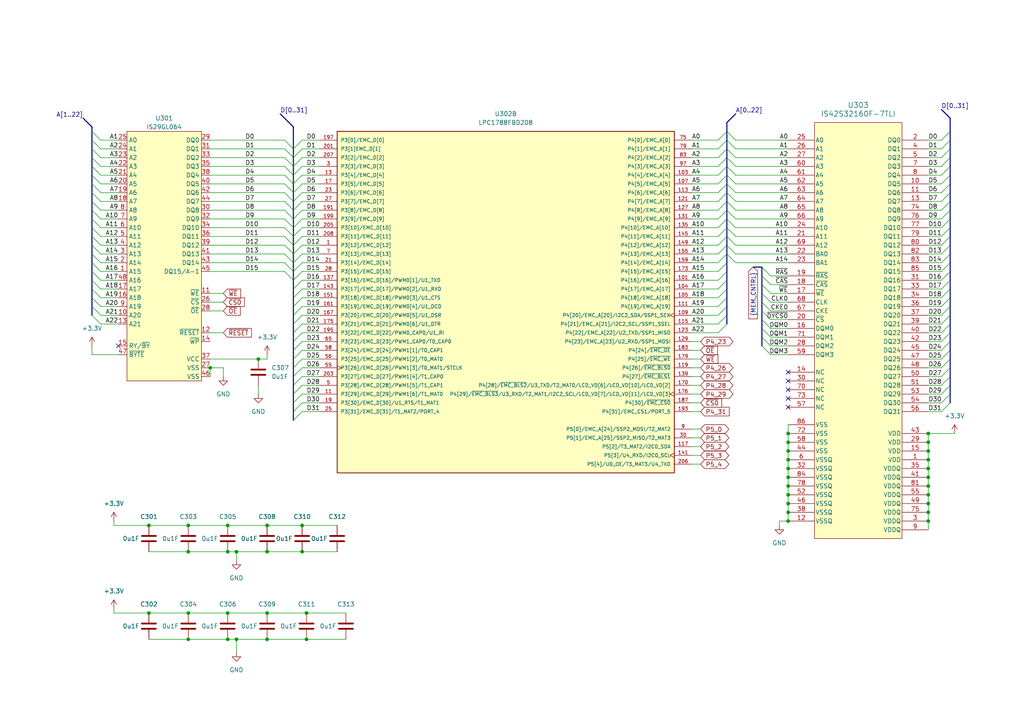
<source format=kicad_sch>
(kicad_sch (version 20231120) (generator "eeschema") (generator_version "8.0")
  (paper "A4")
  (bus_alias "USB" (members "D+" "D-"))
  (junction (at 68.58 185.42))
  (junction (at 77.47 152.4))
  (junction (at 87.63 152.4))
  (junction (at 66.04 185.42))
  (junction (at 228.6 135.89))
  (junction (at 228.6 138.43))
  (junction (at 269.24 143.51))
  (junction (at 228.6 146.05))
  (junction (at 269.24 140.97))
  (junction (at 87.63 160.02))
  (junction (at 269.24 133.35))
  (junction (at 228.6 128.27))
  (junction (at 228.6 125.73))
  (junction (at 228.6 130.81))
  (junction (at 54.61 152.4))
  (junction (at 88.9 177.8))
  (junction (at 66.04 152.4))
  (junction (at 66.04 160.02))
  (junction (at 77.47 177.8))
  (junction (at 74.93 104.14))
  (junction (at 269.24 146.05))
  (junction (at 228.6 133.35))
  (junction (at 68.58 160.02))
  (junction (at 43.18 152.4))
  (junction (at 269.24 138.43))
  (junction (at 54.61 177.8))
  (junction (at 269.24 130.81))
  (junction (at 60.96 106.68))
  (junction (at 228.6 151.13))
  (junction (at 77.47 185.42))
  (junction (at 228.6 140.97))
  (junction (at 77.47 160.02))
  (junction (at 228.6 148.59))
  (junction (at 269.24 125.73))
  (junction (at 228.6 143.51))
  (junction (at 88.9 185.42))
  (junction (at 269.24 128.27))
  (junction (at 54.61 160.02))
  (junction (at 54.61 185.42))
  (junction (at 269.24 135.89))
  (junction (at 66.04 177.8))
  (junction (at 43.18 177.8))
  (junction (at 269.24 151.13))
  (junction (at 269.24 148.59))
  (no_connect (at 228.6 107.95))
  (no_connect (at 228.6 113.03))
  (no_connect (at 228.6 118.11))
  (no_connect (at 228.6 110.49))
  (no_connect (at 228.6 115.57))
  (no_connect (at 34.29 100.33))
  (bus_entry (at 220.98 82.55) (size 2.54 2.54))
  (bus_entry (at 275.59 50.8) (size -2.54 2.54))
  (bus_entry (at 85.09 48.26) (size -2.54 -2.54))
  (bus_entry (at 210.82 63.5) (size -2.54 2.54))
  (bus_entry (at 26.67 60.96) (size 2.54 2.54))
  (bus_entry (at 85.09 50.8) (size -2.54 -2.54))
  (bus_entry (at 85.09 50.8) (size 2.54 -2.54))
  (bus_entry (at 85.09 73.66) (size 2.54 -2.54))
  (bus_entry (at 85.09 68.58) (size 2.54 -2.54))
  (bus_entry (at 210.82 93.98) (size -2.54 2.54))
  (bus_entry (at 26.67 63.5) (size 2.54 2.54))
  (bus_entry (at 85.09 45.72) (size -2.54 -2.54))
  (bus_entry (at 275.59 101.6) (size -2.54 2.54))
  (bus_entry (at 210.82 48.26) (size 2.54 2.54))
  (bus_entry (at 85.09 86.36) (size 2.54 -2.54))
  (bus_entry (at 275.59 40.64) (size -2.54 2.54))
  (bus_entry (at 220.98 85.09) (size 2.54 2.54))
  (bus_entry (at 26.67 76.2) (size 2.54 2.54))
  (bus_entry (at 26.67 78.74) (size 2.54 2.54))
  (bus_entry (at 275.59 93.98) (size -2.54 2.54))
  (bus_entry (at 275.59 48.26) (size -2.54 2.54))
  (bus_entry (at 220.98 97.79) (size 2.54 2.54))
  (bus_entry (at 220.98 95.25) (size 2.54 2.54))
  (bus_entry (at 26.67 48.26) (size 2.54 2.54))
  (bus_entry (at 210.82 40.64) (size 2.54 2.54))
  (bus_entry (at 275.59 86.36) (size -2.54 2.54))
  (bus_entry (at 210.82 55.88) (size -2.54 2.54))
  (bus_entry (at 275.59 106.68) (size -2.54 2.54))
  (bus_entry (at 85.09 58.42) (size -2.54 -2.54))
  (bus_entry (at 275.59 45.72) (size -2.54 2.54))
  (bus_entry (at 26.67 88.9) (size 2.54 2.54))
  (bus_entry (at 210.82 66.04) (size 2.54 2.54))
  (bus_entry (at 210.82 45.72) (size -2.54 2.54))
  (bus_entry (at 85.09 119.38) (size 2.54 -2.54))
  (bus_entry (at 85.09 116.84) (size 2.54 -2.54))
  (bus_entry (at 85.09 58.42) (size 2.54 -2.54))
  (bus_entry (at 210.82 53.34) (size 2.54 2.54))
  (bus_entry (at 275.59 63.5) (size -2.54 2.54))
  (bus_entry (at 85.09 104.14) (size 2.54 -2.54))
  (bus_entry (at 85.09 71.12) (size 2.54 -2.54))
  (bus_entry (at 275.59 66.04) (size -2.54 2.54))
  (bus_entry (at 210.82 50.8) (size 2.54 2.54))
  (bus_entry (at 85.09 60.96) (size -2.54 -2.54))
  (bus_entry (at 275.59 114.3) (size -2.54 2.54))
  (bus_entry (at 220.98 87.63) (size 2.54 2.54))
  (bus_entry (at 220.98 90.17) (size 2.54 2.54))
  (bus_entry (at 26.67 91.44) (size 2.54 2.54))
  (bus_entry (at 26.67 66.04) (size 2.54 2.54))
  (bus_entry (at 26.67 86.36) (size 2.54 2.54))
  (bus_entry (at 85.09 60.96) (size 2.54 -2.54))
  (bus_entry (at 85.09 88.9) (size 2.54 -2.54))
  (bus_entry (at 26.67 43.18) (size 2.54 2.54))
  (bus_entry (at 85.09 93.98) (size 2.54 -2.54))
  (bus_entry (at 85.09 68.58) (size -2.54 -2.54))
  (bus_entry (at 275.59 53.34) (size -2.54 2.54))
  (bus_entry (at 210.82 53.34) (size -2.54 2.54))
  (bus_entry (at 275.59 109.22) (size -2.54 2.54))
  (bus_entry (at 275.59 83.82) (size -2.54 2.54))
  (bus_entry (at 210.82 38.1) (size -2.54 2.54))
  (bus_entry (at 85.09 111.76) (size 2.54 -2.54))
  (bus_entry (at 85.09 43.18) (size 2.54 -2.54))
  (bus_entry (at 210.82 55.88) (size 2.54 2.54))
  (bus_entry (at 210.82 66.04) (size -2.54 2.54))
  (bus_entry (at 85.09 43.18) (size -2.54 -2.54))
  (bus_entry (at 210.82 71.12) (size 2.54 2.54))
  (bus_entry (at 275.59 43.18) (size -2.54 2.54))
  (bus_entry (at 85.09 109.22) (size 2.54 -2.54))
  (bus_entry (at 26.67 40.64) (size 2.54 2.54))
  (bus_entry (at 85.09 73.66) (size -2.54 -2.54))
  (bus_entry (at 85.09 55.88) (size -2.54 -2.54))
  (bus_entry (at 275.59 71.12) (size -2.54 2.54))
  (bus_entry (at 275.59 58.42) (size -2.54 2.54))
  (bus_entry (at 275.59 78.74) (size -2.54 2.54))
  (bus_entry (at 85.09 101.6) (size 2.54 -2.54))
  (bus_entry (at 85.09 48.26) (size 2.54 -2.54))
  (bus_entry (at 210.82 38.1) (size 2.54 2.54))
  (bus_entry (at 85.09 106.68) (size 2.54 -2.54))
  (bus_entry (at 26.67 45.72) (size 2.54 2.54))
  (bus_entry (at 210.82 86.36) (size -2.54 2.54))
  (bus_entry (at 275.59 38.1) (size -2.54 2.54))
  (bus_entry (at 220.98 92.71) (size 2.54 2.54))
  (bus_entry (at 275.59 104.14) (size -2.54 2.54))
  (bus_entry (at 275.59 81.28) (size -2.54 2.54))
  (bus_entry (at 210.82 73.66) (size -2.54 2.54))
  (bus_entry (at 210.82 60.96) (size -2.54 2.54))
  (bus_entry (at 275.59 111.76) (size -2.54 2.54))
  (bus_entry (at 210.82 48.26) (size -2.54 2.54))
  (bus_entry (at 26.67 53.34) (size 2.54 2.54))
  (bus_entry (at 85.09 45.72) (size 2.54 -2.54))
  (bus_entry (at 85.09 76.2) (size 2.54 -2.54))
  (bus_entry (at 275.59 55.88) (size -2.54 2.54))
  (bus_entry (at 85.09 83.82) (size 2.54 -2.54))
  (bus_entry (at 85.09 66.04) (size -2.54 -2.54))
  (bus_entry (at 210.82 43.18) (size -2.54 2.54))
  (bus_entry (at 210.82 88.9) (size -2.54 2.54))
  (bus_entry (at 210.82 68.58) (size -2.54 2.54))
  (bus_entry (at 275.59 73.66) (size -2.54 2.54))
  (bus_entry (at 275.59 96.52) (size -2.54 2.54))
  (bus_entry (at 85.09 71.12) (size -2.54 -2.54))
  (bus_entry (at 210.82 83.82) (size -2.54 2.54))
  (bus_entry (at 210.82 58.42) (size -2.54 2.54))
  (bus_entry (at 85.09 53.34) (size 2.54 -2.54))
  (bus_entry (at 210.82 63.5) (size 2.54 2.54))
  (bus_entry (at 85.09 55.88) (size 2.54 -2.54))
  (bus_entry (at 210.82 40.64) (size -2.54 2.54))
  (bus_entry (at 85.09 91.44) (size 2.54 -2.54))
  (bus_entry (at 210.82 76.2) (size -2.54 2.54))
  (bus_entry (at 275.59 116.84) (size -2.54 2.54))
  (bus_entry (at 210.82 43.18) (size 2.54 2.54))
  (bus_entry (at 85.09 114.3) (size 2.54 -2.54))
  (bus_entry (at 275.59 99.06) (size -2.54 2.54))
  (bus_entry (at 85.09 66.04) (size 2.54 -2.54))
  (bus_entry (at 210.82 68.58) (size 2.54 2.54))
  (bus_entry (at 85.09 53.34) (size -2.54 -2.54))
  (bus_entry (at 210.82 45.72) (size 2.54 2.54))
  (bus_entry (at 26.67 73.66) (size 2.54 2.54))
  (bus_entry (at 210.82 71.12) (size -2.54 2.54))
  (bus_entry (at 275.59 76.2) (size -2.54 2.54))
  (bus_entry (at 26.67 81.28) (size 2.54 2.54))
  (bus_entry (at 26.67 58.42) (size 2.54 2.54))
  (bus_entry (at 210.82 91.44) (size -2.54 2.54))
  (bus_entry (at 85.09 81.28) (size 2.54 -2.54))
  (bus_entry (at 210.82 50.8) (size -2.54 2.54))
  (bus_entry (at 85.09 78.74) (size 2.54 -2.54))
  (bus_entry (at 85.09 76.2) (size -2.54 -2.54))
  (bus_entry (at 220.98 80.01) (size 2.54 2.54))
  (bus_entry (at 26.67 50.8) (size 2.54 2.54))
  (bus_entry (at 26.67 71.12) (size 2.54 2.54))
  (bus_entry (at 85.09 78.74) (size -2.54 -2.54))
  (bus_entry (at 26.67 68.58) (size 2.54 2.54))
  (bus_entry (at 210.82 58.42) (size 2.54 2.54))
  (bus_entry (at 210.82 73.66) (size 2.54 2.54))
  (bus_entry (at 26.67 55.88) (size 2.54 2.54))
  (bus_entry (at 210.82 60.96) (size 2.54 2.54))
  (bus_entry (at 26.67 83.82) (size 2.54 2.54))
  (bus_entry (at 275.59 60.96) (size -2.54 2.54))
  (bus_entry (at 85.09 121.92) (size 2.54 -2.54))
  (bus_entry (at 210.82 81.28) (size -2.54 2.54))
  (bus_entry (at 220.98 77.47) (size 2.54 2.54))
  (bus_entry (at 26.67 38.1) (size 2.54 2.54))
  (bus_entry (at 85.09 96.52) (size 2.54 -2.54))
  (bus_entry (at 85.09 81.28) (size -2.54 -2.54))
  (bus_entry (at 220.98 100.33) (size 2.54 2.54))
  (bus_entry (at 275.59 91.44) (size -2.54 2.54))
  (bus_entry (at 85.09 63.5) (size -2.54 -2.54))
  (bus_entry (at 275.59 68.58) (size -2.54 2.54))
  (bus_entry (at 210.82 78.74) (size -2.54 2.54))
  (bus_entry (at 85.09 63.5) (size 2.54 -2.54))
  (bus_entry (at 85.09 99.06) (size 2.54 -2.54))
  (bus_entry (at 275.59 88.9) (size -2.54 2.54))
  (bus (pts (xy 275.59 34.29) (xy 275.59 38.1)))
  (wire (pts (xy 200.66 58.42) (xy 208.28 58.42)))
  (wire (pts (xy 87.63 60.96) (xy 92.71 60.96)))
  (wire (pts (xy 200.66 48.26) (xy 208.28 48.26)))
  (bus (pts (xy 26.67 88.9) (xy 26.67 91.44)))
  (wire (pts (xy 87.63 66.04) (xy 92.71 66.04)))
  (bus (pts (xy 85.09 60.96) (xy 85.09 58.42)))
  (wire (pts (xy 200.66 109.22) (xy 203.2 109.22)))
  (bus (pts (xy 85.09 109.22) (xy 85.09 106.68)))
  (bus (pts (xy 275.59 88.9) (xy 275.59 91.44)))
  (wire (pts (xy 200.66 104.14) (xy 203.2 104.14)))
  (wire (pts (xy 87.63 68.58) (xy 92.71 68.58)))
  (wire (pts (xy 200.66 53.34) (xy 208.28 53.34)))
  (bus (pts (xy 85.09 91.44) (xy 85.09 88.9)))
  (bus (pts (xy 85.09 55.88) (xy 85.09 53.34)))
  (wire (pts (xy 269.24 148.59) (xy 269.24 151.13)))
  (wire (pts (xy 60.96 63.5) (xy 82.55 63.5)))
  (wire (pts (xy 68.58 160.02) (xy 77.47 160.02)))
  (wire (pts (xy 269.24 104.14) (xy 273.05 104.14)))
  (bus (pts (xy 275.59 53.34) (xy 275.59 55.88)))
  (bus (pts (xy 275.59 38.1) (xy 275.59 40.64)))
  (wire (pts (xy 77.47 177.8) (xy 88.9 177.8)))
  (wire (pts (xy 29.21 78.74) (xy 34.29 78.74)))
  (wire (pts (xy 87.63 88.9) (xy 92.71 88.9)))
  (bus (pts (xy 26.67 68.58) (xy 26.67 71.12)))
  (wire (pts (xy 29.21 55.88) (xy 34.29 55.88)))
  (bus (pts (xy 220.98 85.09) (xy 220.98 87.63)))
  (wire (pts (xy 29.21 83.82) (xy 34.29 83.82)))
  (wire (pts (xy 269.24 76.2) (xy 273.05 76.2)))
  (wire (pts (xy 87.63 104.14) (xy 92.71 104.14)))
  (wire (pts (xy 200.66 78.74) (xy 208.28 78.74)))
  (wire (pts (xy 228.6 138.43) (xy 228.6 140.97)))
  (wire (pts (xy 200.66 73.66) (xy 208.28 73.66)))
  (bus (pts (xy 275.59 81.28) (xy 275.59 83.82)))
  (bus (pts (xy 210.82 50.8) (xy 210.82 53.34)))
  (bus (pts (xy 275.59 91.44) (xy 275.59 93.98)))
  (wire (pts (xy 60.96 106.68) (xy 64.77 106.68)))
  (bus (pts (xy 210.82 73.66) (xy 210.82 76.2)))
  (bus (pts (xy 210.82 81.28) (xy 210.82 83.82)))
  (wire (pts (xy 60.96 68.58) (xy 82.55 68.58)))
  (bus (pts (xy 220.98 97.79) (xy 220.98 100.33)))
  (wire (pts (xy 213.36 73.66) (xy 228.6 73.66)))
  (wire (pts (xy 228.6 125.73) (xy 228.6 128.27)))
  (wire (pts (xy 60.96 78.74) (xy 82.55 78.74)))
  (bus (pts (xy 275.59 106.68) (xy 275.59 109.22)))
  (wire (pts (xy 54.61 160.02) (xy 66.04 160.02)))
  (bus (pts (xy 26.67 86.36) (xy 26.67 88.9)))
  (wire (pts (xy 87.63 40.64) (xy 92.71 40.64)))
  (wire (pts (xy 87.63 73.66) (xy 92.71 73.66)))
  (bus (pts (xy 275.59 93.98) (xy 275.59 96.52)))
  (bus (pts (xy 85.09 53.34) (xy 85.09 50.8)))
  (bus (pts (xy 275.59 40.64) (xy 275.59 43.18)))
  (wire (pts (xy 269.24 143.51) (xy 269.24 146.05)))
  (bus (pts (xy 85.09 83.82) (xy 85.09 81.28)))
  (wire (pts (xy 29.21 88.9) (xy 34.29 88.9)))
  (wire (pts (xy 269.24 119.38) (xy 273.05 119.38)))
  (wire (pts (xy 213.36 45.72) (xy 228.6 45.72)))
  (wire (pts (xy 269.24 116.84) (xy 273.05 116.84)))
  (bus (pts (xy 220.98 80.01) (xy 220.98 82.55)))
  (bus (pts (xy 85.09 66.04) (xy 85.09 63.5)))
  (wire (pts (xy 269.24 133.35) (xy 269.24 135.89)))
  (bus (pts (xy 210.82 66.04) (xy 210.82 68.58)))
  (wire (pts (xy 213.36 76.2) (xy 228.6 76.2)))
  (wire (pts (xy 269.24 109.22) (xy 273.05 109.22)))
  (wire (pts (xy 60.96 104.14) (xy 74.93 104.14)))
  (wire (pts (xy 66.04 185.42) (xy 68.58 185.42)))
  (bus (pts (xy 26.67 76.2) (xy 26.67 78.74)))
  (bus (pts (xy 220.98 77.47) (xy 220.98 80.01)))
  (bus (pts (xy 275.59 111.76) (xy 275.59 114.3)))
  (wire (pts (xy 228.6 133.35) (xy 228.6 135.89)))
  (wire (pts (xy 29.21 73.66) (xy 34.29 73.66)))
  (wire (pts (xy 60.96 43.18) (xy 82.55 43.18)))
  (bus (pts (xy 275.59 55.88) (xy 275.59 58.42)))
  (wire (pts (xy 87.63 93.98) (xy 92.71 93.98)))
  (wire (pts (xy 60.96 106.68) (xy 60.96 109.22)))
  (wire (pts (xy 200.66 55.88) (xy 208.28 55.88)))
  (wire (pts (xy 33.02 176.53) (xy 33.02 177.8)))
  (wire (pts (xy 200.66 106.68) (xy 203.2 106.68)))
  (wire (pts (xy 77.47 160.02) (xy 87.63 160.02)))
  (bus (pts (xy 275.59 63.5) (xy 275.59 66.04)))
  (wire (pts (xy 269.24 106.68) (xy 273.05 106.68)))
  (wire (pts (xy 64.77 96.52) (xy 60.96 96.52)))
  (bus (pts (xy 85.09 76.2) (xy 85.09 73.66)))
  (bus (pts (xy 220.98 95.25) (xy 220.98 97.79)))
  (wire (pts (xy 29.21 86.36) (xy 34.29 86.36)))
  (bus (pts (xy 275.59 76.2) (xy 275.59 78.74)))
  (wire (pts (xy 228.6 135.89) (xy 228.6 138.43)))
  (wire (pts (xy 74.93 114.3) (xy 74.93 111.76)))
  (bus (pts (xy 210.82 91.44) (xy 210.82 93.98)))
  (wire (pts (xy 269.24 151.13) (xy 269.24 153.67)))
  (bus (pts (xy 85.09 81.28) (xy 85.09 78.74)))
  (bus (pts (xy 85.09 48.26) (xy 85.09 45.72)))
  (bus (pts (xy 210.82 88.9) (xy 210.82 91.44)))
  (bus (pts (xy 275.59 43.18) (xy 275.59 45.72)))
  (bus (pts (xy 26.67 63.5) (xy 26.67 66.04)))
  (bus (pts (xy 85.09 96.52) (xy 85.09 93.98)))
  (wire (pts (xy 203.2 132.08) (xy 200.66 132.08)))
  (wire (pts (xy 223.52 90.17) (xy 228.6 90.17)))
  (bus (pts (xy 85.09 36.83) (xy 81.28 33.02)))
  (wire (pts (xy 29.21 53.34) (xy 34.29 53.34)))
  (wire (pts (xy 29.21 50.8) (xy 34.29 50.8)))
  (bus (pts (xy 26.67 38.1) (xy 26.67 40.64)))
  (wire (pts (xy 228.6 128.27) (xy 228.6 130.81)))
  (wire (pts (xy 29.21 60.96) (xy 34.29 60.96)))
  (wire (pts (xy 269.24 101.6) (xy 273.05 101.6)))
  (wire (pts (xy 87.63 81.28) (xy 92.71 81.28)))
  (bus (pts (xy 210.82 83.82) (xy 210.82 86.36)))
  (wire (pts (xy 269.24 128.27) (xy 269.24 130.81)))
  (bus (pts (xy 85.09 104.14) (xy 85.09 101.6)))
  (wire (pts (xy 269.24 78.74) (xy 273.05 78.74)))
  (wire (pts (xy 60.96 50.8) (xy 82.55 50.8)))
  (wire (pts (xy 60.96 66.04) (xy 82.55 66.04)))
  (wire (pts (xy 87.63 58.42) (xy 92.71 58.42)))
  (wire (pts (xy 87.63 96.52) (xy 92.71 96.52)))
  (wire (pts (xy 54.61 185.42) (xy 66.04 185.42)))
  (wire (pts (xy 223.52 95.25) (xy 228.6 95.25)))
  (wire (pts (xy 87.63 101.6) (xy 92.71 101.6)))
  (wire (pts (xy 200.66 71.12) (xy 208.28 71.12)))
  (bus (pts (xy 275.59 60.96) (xy 275.59 63.5)))
  (bus (pts (xy 210.82 40.64) (xy 210.82 43.18)))
  (wire (pts (xy 29.21 58.42) (xy 34.29 58.42)))
  (wire (pts (xy 68.58 185.42) (xy 77.47 185.42)))
  (wire (pts (xy 213.36 60.96) (xy 228.6 60.96)))
  (wire (pts (xy 269.24 73.66) (xy 273.05 73.66)))
  (wire (pts (xy 269.24 58.42) (xy 273.05 58.42)))
  (wire (pts (xy 213.36 53.34) (xy 228.6 53.34)))
  (wire (pts (xy 269.24 83.82) (xy 273.05 83.82)))
  (bus (pts (xy 26.67 53.34) (xy 26.67 55.88)))
  (wire (pts (xy 200.66 101.6) (xy 203.2 101.6)))
  (wire (pts (xy 66.04 152.4) (xy 77.47 152.4)))
  (wire (pts (xy 87.63 76.2) (xy 92.71 76.2)))
  (wire (pts (xy 200.66 66.04) (xy 208.28 66.04)))
  (bus (pts (xy 210.82 53.34) (xy 210.82 55.88)))
  (wire (pts (xy 223.52 92.71) (xy 228.6 92.71)))
  (wire (pts (xy 88.9 177.8) (xy 100.33 177.8)))
  (wire (pts (xy 203.2 134.62) (xy 200.66 134.62)))
  (bus (pts (xy 275.59 101.6) (xy 275.59 104.14)))
  (bus (pts (xy 26.67 81.28) (xy 26.67 83.82)))
  (bus (pts (xy 26.67 83.82) (xy 26.67 86.36)))
  (bus (pts (xy 26.67 58.42) (xy 26.67 60.96)))
  (wire (pts (xy 213.36 58.42) (xy 228.6 58.42)))
  (wire (pts (xy 87.63 45.72) (xy 92.71 45.72)))
  (bus (pts (xy 210.82 71.12) (xy 210.82 73.66)))
  (bus (pts (xy 220.98 90.17) (xy 220.98 92.71)))
  (wire (pts (xy 87.63 99.06) (xy 92.71 99.06)))
  (wire (pts (xy 77.47 152.4) (xy 87.63 152.4)))
  (bus (pts (xy 24.13 34.29) (xy 26.67 36.83)))
  (wire (pts (xy 29.21 91.44) (xy 34.29 91.44)))
  (wire (pts (xy 213.36 68.58) (xy 228.6 68.58)))
  (wire (pts (xy 228.6 140.97) (xy 228.6 143.51)))
  (wire (pts (xy 200.66 88.9) (xy 208.28 88.9)))
  (wire (pts (xy 29.21 81.28) (xy 34.29 81.28)))
  (wire (pts (xy 87.63 83.82) (xy 92.71 83.82)))
  (wire (pts (xy 269.24 135.89) (xy 269.24 138.43)))
  (wire (pts (xy 200.66 43.18) (xy 208.28 43.18)))
  (wire (pts (xy 269.24 111.76) (xy 273.05 111.76)))
  (wire (pts (xy 87.63 48.26) (xy 92.71 48.26)))
  (wire (pts (xy 29.21 93.98) (xy 34.29 93.98)))
  (bus (pts (xy 85.09 111.76) (xy 85.09 109.22)))
  (wire (pts (xy 87.63 71.12) (xy 92.71 71.12)))
  (wire (pts (xy 269.24 53.34) (xy 273.05 53.34)))
  (wire (pts (xy 87.63 152.4) (xy 97.79 152.4)))
  (bus (pts (xy 26.67 73.66) (xy 26.67 76.2)))
  (wire (pts (xy 87.63 111.76) (xy 92.71 111.76)))
  (wire (pts (xy 269.24 99.06) (xy 273.05 99.06)))
  (wire (pts (xy 60.96 45.72) (xy 82.55 45.72)))
  (wire (pts (xy 60.96 71.12) (xy 82.55 71.12)))
  (wire (pts (xy 29.21 45.72) (xy 34.29 45.72)))
  (bus (pts (xy 85.09 106.68) (xy 85.09 104.14)))
  (wire (pts (xy 29.21 40.64) (xy 34.29 40.64)))
  (bus (pts (xy 275.59 66.04) (xy 275.59 68.58)))
  (wire (pts (xy 213.36 48.26) (xy 228.6 48.26)))
  (wire (pts (xy 269.24 130.81) (xy 269.24 133.35)))
  (wire (pts (xy 200.66 63.5) (xy 208.28 63.5)))
  (wire (pts (xy 200.66 96.52) (xy 208.28 96.52)))
  (wire (pts (xy 77.47 185.42) (xy 88.9 185.42)))
  (bus (pts (xy 85.09 101.6) (xy 85.09 99.06)))
  (bus (pts (xy 275.59 114.3) (xy 275.59 116.84)))
  (wire (pts (xy 87.63 43.18) (xy 92.71 43.18)))
  (bus (pts (xy 220.98 82.55) (xy 220.98 85.09)))
  (bus (pts (xy 210.82 78.74) (xy 210.82 81.28)))
  (wire (pts (xy 223.52 80.01) (xy 228.6 80.01)))
  (wire (pts (xy 26.67 102.87) (xy 34.29 102.87)))
  (bus (pts (xy 275.59 86.36) (xy 275.59 88.9)))
  (wire (pts (xy 269.24 125.73) (xy 269.24 128.27)))
  (wire (pts (xy 269.24 88.9) (xy 273.05 88.9)))
  (bus (pts (xy 210.82 63.5) (xy 210.82 66.04)))
  (bus (pts (xy 85.09 93.98) (xy 85.09 91.44)))
  (bus (pts (xy 275.59 68.58) (xy 275.59 71.12)))
  (bus (pts (xy 275.59 104.14) (xy 275.59 106.68)))
  (bus (pts (xy 85.09 88.9) (xy 85.09 86.36)))
  (wire (pts (xy 64.77 87.63) (xy 60.96 87.63)))
  (bus (pts (xy 210.82 60.96) (xy 210.82 63.5)))
  (wire (pts (xy 200.66 68.58) (xy 208.28 68.58)))
  (wire (pts (xy 200.66 50.8) (xy 208.28 50.8)))
  (bus (pts (xy 85.09 114.3) (xy 85.09 111.76)))
  (bus (pts (xy 275.59 96.52) (xy 275.59 99.06)))
  (wire (pts (xy 200.66 60.96) (xy 208.28 60.96)))
  (wire (pts (xy 269.24 86.36) (xy 273.05 86.36)))
  (wire (pts (xy 269.24 55.88) (xy 273.05 55.88)))
  (wire (pts (xy 269.24 43.18) (xy 273.05 43.18)))
  (bus (pts (xy 210.82 38.1) (xy 210.82 40.64)))
  (wire (pts (xy 269.24 63.5) (xy 273.05 63.5)))
  (bus (pts (xy 210.82 86.36) (xy 210.82 88.9)))
  (wire (pts (xy 64.77 90.17) (xy 60.96 90.17)))
  (wire (pts (xy 54.61 152.4) (xy 66.04 152.4)))
  (bus (pts (xy 210.82 35.56) (xy 213.36 33.02)))
  (wire (pts (xy 87.63 50.8) (xy 92.71 50.8)))
  (wire (pts (xy 68.58 160.02) (xy 68.58 162.56)))
  (wire (pts (xy 29.21 48.26) (xy 34.29 48.26)))
  (wire (pts (xy 87.63 86.36) (xy 92.71 86.36)))
  (wire (pts (xy 269.24 60.96) (xy 273.05 60.96)))
  (wire (pts (xy 64.77 85.09) (xy 60.96 85.09)))
  (bus (pts (xy 85.09 63.5) (xy 85.09 60.96)))
  (wire (pts (xy 29.21 63.5) (xy 34.29 63.5)))
  (wire (pts (xy 269.24 140.97) (xy 269.24 143.51)))
  (wire (pts (xy 43.18 177.8) (xy 54.61 177.8)))
  (wire (pts (xy 203.2 124.46) (xy 200.66 124.46)))
  (wire (pts (xy 213.36 50.8) (xy 228.6 50.8)))
  (wire (pts (xy 87.63 63.5) (xy 92.71 63.5)))
  (bus (pts (xy 210.82 55.88) (xy 210.82 58.42)))
  (wire (pts (xy 68.58 185.42) (xy 68.58 189.23)))
  (wire (pts (xy 223.52 82.55) (xy 228.6 82.55)))
  (wire (pts (xy 43.18 160.02) (xy 54.61 160.02)))
  (bus (pts (xy 85.09 78.74) (xy 85.09 76.2)))
  (wire (pts (xy 87.63 160.02) (xy 97.79 160.02)))
  (bus (pts (xy 26.67 40.64) (xy 26.67 43.18)))
  (bus (pts (xy 85.09 119.38) (xy 85.09 121.92)))
  (bus (pts (xy 275.59 78.74) (xy 275.59 81.28)))
  (bus (pts (xy 26.67 60.96) (xy 26.67 63.5)))
  (wire (pts (xy 269.24 66.04) (xy 273.05 66.04)))
  (wire (pts (xy 66.04 160.02) (xy 68.58 160.02)))
  (bus (pts (xy 85.09 116.84) (xy 85.09 114.3)))
  (wire (pts (xy 77.47 102.87) (xy 77.47 104.14)))
  (wire (pts (xy 269.24 45.72) (xy 273.05 45.72)))
  (wire (pts (xy 43.18 185.42) (xy 54.61 185.42)))
  (bus (pts (xy 210.82 45.72) (xy 210.82 48.26)))
  (bus (pts (xy 210.82 68.58) (xy 210.82 71.12)))
  (bus (pts (xy 26.67 78.74) (xy 26.67 81.28)))
  (bus (pts (xy 26.67 66.04) (xy 26.67 68.58)))
  (wire (pts (xy 87.63 55.88) (xy 92.71 55.88)))
  (wire (pts (xy 269.24 71.12) (xy 273.05 71.12)))
  (wire (pts (xy 213.36 66.04) (xy 228.6 66.04)))
  (wire (pts (xy 60.96 60.96) (xy 82.55 60.96)))
  (wire (pts (xy 269.24 96.52) (xy 273.05 96.52)))
  (bus (pts (xy 210.82 48.26) (xy 210.82 50.8)))
  (wire (pts (xy 269.24 48.26) (xy 273.05 48.26)))
  (bus (pts (xy 85.09 99.06) (xy 85.09 96.52)))
  (bus (pts (xy 275.59 58.42) (xy 275.59 60.96)))
  (wire (pts (xy 213.36 71.12) (xy 228.6 71.12)))
  (bus (pts (xy 85.09 58.42) (xy 85.09 55.88)))
  (wire (pts (xy 64.77 106.68) (xy 64.77 109.22)))
  (bus (pts (xy 85.09 119.38) (xy 85.09 116.84)))
  (bus (pts (xy 85.09 68.58) (xy 85.09 66.04)))
  (wire (pts (xy 87.63 116.84) (xy 92.71 116.84)))
  (wire (pts (xy 60.96 55.88) (xy 82.55 55.88)))
  (wire (pts (xy 87.63 78.74) (xy 92.71 78.74)))
  (wire (pts (xy 29.21 66.04) (xy 34.29 66.04)))
  (wire (pts (xy 77.47 104.14) (xy 74.93 104.14)))
  (wire (pts (xy 203.2 129.54) (xy 200.66 129.54)))
  (wire (pts (xy 66.04 177.8) (xy 77.47 177.8)))
  (wire (pts (xy 60.96 76.2) (xy 82.55 76.2)))
  (wire (pts (xy 200.66 91.44) (xy 208.28 91.44)))
  (wire (pts (xy 226.06 151.13) (xy 228.6 151.13)))
  (bus (pts (xy 85.09 36.83) (xy 85.09 43.18)))
  (wire (pts (xy 33.02 152.4) (xy 43.18 152.4)))
  (wire (pts (xy 203.2 127) (xy 200.66 127)))
  (wire (pts (xy 228.6 130.81) (xy 228.6 133.35)))
  (wire (pts (xy 26.67 100.33) (xy 26.67 102.87)))
  (wire (pts (xy 223.52 87.63) (xy 228.6 87.63)))
  (bus (pts (xy 26.67 50.8) (xy 26.67 53.34)))
  (wire (pts (xy 200.66 119.38) (xy 203.2 119.38)))
  (wire (pts (xy 29.21 68.58) (xy 34.29 68.58)))
  (bus (pts (xy 85.09 43.18) (xy 85.09 45.72)))
  (wire (pts (xy 269.24 114.3) (xy 273.05 114.3)))
  (wire (pts (xy 213.36 63.5) (xy 228.6 63.5)))
  (wire (pts (xy 87.63 114.3) (xy 92.71 114.3)))
  (wire (pts (xy 269.24 40.64) (xy 273.05 40.64)))
  (bus (pts (xy 85.09 50.8) (xy 85.09 48.26)))
  (wire (pts (xy 87.63 91.44) (xy 92.71 91.44)))
  (bus (pts (xy 26.67 55.88) (xy 26.67 58.42)))
  (bus (pts (xy 85.09 71.12) (xy 85.09 68.58)))
  (wire (pts (xy 269.24 125.73) (xy 276.86 125.73)))
  (wire (pts (xy 269.24 50.8) (xy 273.05 50.8)))
  (bus (pts (xy 220.98 92.71) (xy 220.98 95.25)))
  (wire (pts (xy 43.18 152.4) (xy 54.61 152.4)))
  (wire (pts (xy 200.66 40.64) (xy 208.28 40.64)))
  (wire (pts (xy 200.66 81.28) (xy 208.28 81.28)))
  (bus (pts (xy 26.67 71.12) (xy 26.67 73.66)))
  (wire (pts (xy 223.52 97.79) (xy 228.6 97.79)))
  (wire (pts (xy 60.96 58.42) (xy 82.55 58.42)))
  (bus (pts (xy 275.59 73.66) (xy 275.59 76.2)))
  (bus (pts (xy 275.59 50.8) (xy 275.59 53.34)))
  (bus (pts (xy 275.59 83.82) (xy 275.59 86.36)))
  (wire (pts (xy 228.6 143.51) (xy 228.6 146.05)))
  (wire (pts (xy 269.24 138.43) (xy 269.24 140.97)))
  (wire (pts (xy 200.66 76.2) (xy 208.28 76.2)))
  (wire (pts (xy 223.52 102.87) (xy 228.6 102.87)))
  (wire (pts (xy 226.06 152.4) (xy 226.06 151.13)))
  (wire (pts (xy 223.52 100.33) (xy 228.6 100.33)))
  (bus (pts (xy 85.09 73.66) (xy 85.09 71.12)))
  (wire (pts (xy 87.63 109.22) (xy 92.71 109.22)))
  (wire (pts (xy 60.96 48.26) (xy 82.55 48.26)))
  (wire (pts (xy 228.6 123.19) (xy 228.6 125.73)))
  (bus (pts (xy 26.67 43.18) (xy 26.67 45.72)))
  (wire (pts (xy 200.66 114.3) (xy 203.2 114.3)))
  (wire (pts (xy 29.21 43.18) (xy 34.29 43.18)))
  (bus (pts (xy 275.59 109.22) (xy 275.59 111.76)))
  (wire (pts (xy 60.96 73.66) (xy 82.55 73.66)))
  (bus (pts (xy 210.82 43.18) (xy 210.82 45.72)))
  (wire (pts (xy 87.63 106.68) (xy 92.71 106.68)))
  (bus (pts (xy 26.67 45.72) (xy 26.67 48.26)))
  (bus (pts (xy 210.82 35.56) (xy 210.82 38.1)))
  (wire (pts (xy 213.36 40.64) (xy 228.6 40.64)))
  (bus (pts (xy 273.05 31.75) (xy 275.59 34.29)))
  (bus (pts (xy 275.59 45.72) (xy 275.59 48.26)))
  (wire (pts (xy 54.61 177.8) (xy 66.04 177.8)))
  (bus (pts (xy 275.59 71.12) (xy 275.59 73.66)))
  (wire (pts (xy 29.21 76.2) (xy 34.29 76.2)))
  (wire (pts (xy 228.6 146.05) (xy 228.6 148.59)))
  (bus (pts (xy 275.59 99.06) (xy 275.59 101.6)))
  (wire (pts (xy 223.52 85.09) (xy 228.6 85.09)))
  (wire (pts (xy 29.21 71.12) (xy 34.29 71.12)))
  (wire (pts (xy 213.36 55.88) (xy 228.6 55.88)))
  (wire (pts (xy 269.24 91.44) (xy 273.05 91.44)))
  (wire (pts (xy 87.63 119.38) (xy 92.71 119.38)))
  (wire (pts (xy 213.36 43.18) (xy 228.6 43.18)))
  (wire (pts (xy 33.02 177.8) (xy 43.18 177.8)))
  (bus (pts (xy 26.67 36.83) (xy 26.67 38.1)))
  (bus (pts (xy 85.09 86.36) (xy 85.09 83.82)))
  (bus (pts (xy 220.98 87.63) (xy 220.98 90.17)))
  (wire (pts (xy 269.24 146.05) (xy 269.24 148.59)))
  (wire (pts (xy 33.02 151.13) (xy 33.02 152.4)))
  (wire (pts (xy 88.9 185.42) (xy 100.33 185.42)))
  (wire (pts (xy 200.66 93.98) (xy 208.28 93.98)))
  (bus (pts (xy 275.59 48.26) (xy 275.59 50.8)))
  (wire (pts (xy 60.96 40.64) (xy 82.55 40.64)))
  (bus (pts (xy 210.82 58.42) (xy 210.82 60.96)))
  (wire (pts (xy 228.6 148.59) (xy 228.6 151.13)))
  (bus (pts (xy 210.82 76.2) (xy 210.82 78.74)))
  (wire (pts (xy 269.24 81.28) (xy 273.05 81.28)))
  (wire (pts (xy 87.63 53.34) (xy 92.71 53.34)))
  (wire (pts (xy 200.66 111.76) (xy 203.2 111.76)))
  (bus (pts (xy 26.67 48.26) (xy 26.67 50.8)))
  (wire (pts (xy 269.24 68.58) (xy 273.05 68.58)))
  (bus (pts (xy 218.44 77.47) (xy 220.98 77.47)))
  (wire (pts (xy 200.66 45.72) (xy 208.28 45.72)))
  (wire (pts (xy 203.2 116.84) (xy 200.66 116.84)))
  (wire (pts (xy 200.66 86.36) (xy 208.28 86.36)))
  (wire (pts (xy 269.24 93.98) (xy 273.05 93.98)))
  (wire (pts (xy 203.2 99.06) (xy 200.66 99.06)))
  (wire (pts (xy 60.96 53.34) (xy 82.55 53.34)))
  (wire (pts (xy 200.66 83.82) (xy 208.28 83.82)))
  (label "A10" (at 200.66 66.04 0))
  (label "D14" (at 88.9 76.2 0))
  (label "A9" (at 34.29 60.96 180))
  (label "A3" (at 200.66 48.26 0))
  (label "D1" (at 88.9 43.18 0))
  (label "A14" (at 34.29 73.66 180))
  (label "D27" (at 269.24 109.22 0))
  (label "A4" (at 34.29 48.26 180))
  (label "A7" (at 200.66 58.42 0))
  (label "A2" (at 228.6 45.72 180))
  (label "D6" (at 269.24 55.88 0))
  (label "D29" (at 88.9 114.3 0))
  (label "A14" (at 200.66 76.2 0))
  (label "D25" (at 269.24 104.14 0))
  (label "A5" (at 34.29 50.8 180))
  (label "A12" (at 228.6 71.12 180))
  (label "A18" (at 200.66 86.36 0))
  (label "D18" (at 269.24 86.36 0))
  (label "A6" (at 200.66 55.88 0))
  (label "D0" (at 269.24 40.64 0))
  (label "D20" (at 269.24 91.44 0))
  (label "D2" (at 88.9 45.72 0))
  (label "D11" (at 71.12 68.58 0))
  (label "D1" (at 269.24 43.18 0))
  (label "~{RAS}" (at 228.6 80.01 180))
  (label "A[1..22]" (at 24.13 34.29 180))
  (label "D29" (at 269.24 114.3 0))
  (label "A4" (at 228.6 50.8 180))
  (label "A0" (at 228.6 40.64 180))
  (label "A6" (at 34.29 53.34 180))
  (label "D7" (at 269.24 58.42 0))
  (label "A1" (at 34.29 40.64 180))
  (label "D28" (at 269.24 111.76 0))
  (label "D4" (at 88.9 50.8 0))
  (label "D20" (at 88.9 91.44 0))
  (label "D19" (at 269.24 88.9 0))
  (label "A8" (at 200.66 60.96 0))
  (label "D15" (at 88.9 78.74 0))
  (label "D21" (at 88.9 93.98 0))
  (label "A15" (at 200.66 78.74 0))
  (label "A10" (at 34.29 63.5 180))
  (label "D0" (at 88.9 40.64 0))
  (label "DQM1" (at 228.6 97.79 180))
  (label "D27" (at 88.9 109.22 0))
  (label "D5" (at 269.24 53.34 0))
  (label "~{DYCS0}" (at 228.6 92.71 180))
  (label "D16" (at 88.9 81.28 0))
  (label "A18" (at 34.29 83.82 180))
  (label "A7" (at 228.6 58.42 180))
  (label "A11" (at 228.6 68.58 180))
  (label "D7" (at 88.9 58.42 0))
  (label "A17" (at 34.29 81.28 180))
  (label "D2" (at 269.24 45.72 0))
  (label "DQM2" (at 228.6 100.33 180))
  (label "A10" (at 228.6 66.04 180))
  (label "A21" (at 200.66 93.98 0))
  (label "D6" (at 71.12 55.88 0))
  (label "D13" (at 71.12 73.66 0))
  (label "A4" (at 200.66 50.8 0))
  (label "D17" (at 269.24 83.82 0))
  (label "D8" (at 71.12 60.96 0))
  (label "A[0..22]" (at 213.36 33.02 0))
  (label "D5" (at 88.9 53.34 0))
  (label "D26" (at 88.9 106.68 0))
  (label "CLK0" (at 228.6 87.63 180))
  (label "D9" (at 269.24 63.5 0))
  (label "A15" (at 34.29 76.2 180))
  (label "D19" (at 88.9 88.9 0))
  (label "D22" (at 88.9 96.52 0))
  (label "A14" (at 228.6 76.2 180))
  (label "D21" (at 269.24 93.98 0))
  (label "A21" (at 34.29 91.44 180))
  (label "D23" (at 88.9 99.06 0))
  (label "D9" (at 88.9 63.5 0))
  (label "D10" (at 71.12 66.04 0))
  (label "D10" (at 88.9 66.04 0))
  (label "A3" (at 228.6 48.26 180))
  (label "A3" (at 34.29 45.72 180))
  (label "A22" (at 200.66 96.52 0))
  (label "A11" (at 200.66 68.58 0))
  (label "D11" (at 269.24 68.58 0))
  (label "A9" (at 200.66 63.5 0))
  (label "D24" (at 88.9 101.6 0))
  (label "A1" (at 200.66 43.18 0))
  (label "A20" (at 200.66 91.44 0))
  (label "D[0..31]" (at 81.28 33.02 0))
  (label "D3" (at 269.24 48.26 0))
  (label "D4" (at 269.24 50.8 0))
  (label "D0" (at 71.12 40.64 0))
  (label "D[0..31]" (at 273.05 31.75 0))
  (label "D30" (at 269.24 116.84 0))
  (label "D24" (at 269.24 101.6 0))
  (label "A13" (at 228.6 73.66 180))
  (label "D30" (at 88.9 116.84 0))
  (label "D13" (at 269.24 73.66 0))
  (label "D14" (at 71.12 76.2 0))
  (label "A7" (at 34.29 55.88 180))
  (label "D31" (at 269.24 119.38 0))
  (label "A19" (at 200.66 88.9 0))
  (label "A22" (at 34.29 93.98 180))
  (label "D4" (at 71.12 50.8 0))
  (label "D18" (at 88.9 86.36 0))
  (label "D15" (at 71.12 78.74 0))
  (label "D1" (at 71.12 43.18 0))
  (label "A13" (at 200.66 73.66 0))
  (label "D14" (at 269.24 76.2 0))
  (label "A13" (at 34.29 71.12 180))
  (label "A0" (at 200.66 40.64 0))
  (label "A12" (at 200.66 71.12 0))
  (label "D12" (at 71.12 71.12 0))
  (label "D6" (at 88.9 55.88 0))
  (label "A2" (at 200.66 45.72 0))
  (label "D11" (at 88.9 68.58 0))
  (label "A17" (at 200.66 83.82 0))
  (label "D22" (at 269.24 96.52 0))
  (label "A9" (at 228.6 63.5 180))
  (label "D26" (at 269.24 106.68 0))
  (label "D13" (at 88.9 73.66 0))
  (label "A11" (at 34.29 66.04 180))
  (label "A20" (at 34.29 88.9 180))
  (label "~{WE}" (at 228.6 85.09 180))
  (label "D12" (at 269.24 71.12 0))
  (label "D23" (at 269.24 99.06 0))
  (label "D10" (at 269.24 66.04 0))
  (label "D25" (at 88.9 104.14 0))
  (label "A5" (at 228.6 53.34 180))
  (label "A6" (at 228.6 55.88 180))
  (label "DQM0" (at 228.6 95.25 180))
  (label "D12" (at 88.9 71.12 0))
  (label "D31" (at 88.9 119.38 0))
  (label "D9" (at 71.12 63.5 0))
  (label "D17" (at 88.9 83.82 0))
  (label "D3" (at 71.12 48.26 0))
  (label "D8" (at 88.9 60.96 0))
  (label "D16" (at 269.24 81.28 0))
  (label "A16" (at 200.66 81.28 0))
  (label "A12" (at 34.29 68.58 180))
  (label "A16" (at 34.29 78.74 180))
  (label "D7" (at 71.12 58.42 0))
  (label "A8" (at 228.6 60.96 180))
  (label "D8" (at 269.24 60.96 0))
  (label "A1" (at 228.6 43.18 180))
  (label "DQM3" (at 228.6 102.87 180))
  (label "D28" (at 88.9 111.76 0))
  (label "A19" (at 34.29 86.36 180))
  (label "D5" (at 71.12 53.34 0))
  (label "A2" (at 34.29 43.18 180))
  (label "CKE0" (at 228.6 90.17 180))
  (label "~{CAS}" (at 228.6 82.55 180))
  (label "D15" (at 269.24 78.74 0))
  (label "A8" (at 34.29 58.42 180))
  (label "D3" (at 88.9 48.26 0))
  (label "D2" (at 71.12 45.72 0))
  (label "A5" (at 200.66 53.34 0))
  (global_label "~{OE}" (shape input) (at 203.2 101.6 0) (property "Intersheetrefs" "${INTERSHEET_REFS}" (effects (hide yes))))
  (global_label "{MEM_CNTRL}" (shape input) (at 218.44 77.47 270) (property "Intersheetrefs" "${INTERSHEET_REFS}" (effects (hide yes))))
  (global_label "P4_29" (shape bidirectional) (at 203.2 114.3 0) (property "Intersheetrefs" "${INTERSHEET_REFS}" (effects (hide yes))))
  (global_label "~{CS0}" (shape input) (at 64.77 87.63 0) (property "Intersheetrefs" "${INTERSHEET_REFS}" (effects (hide yes))))
  (global_label "~{WE}" (shape input) (at 203.2 104.14 0) (property "Intersheetrefs" "${INTERSHEET_REFS}" (effects (hide yes))))
  (global_label "~{CS0}" (shape input) (at 203.2 116.84 0) (property "Intersheetrefs" "${INTERSHEET_REFS}" (effects (hide yes))))
  (global_label "P4_31" (shape input) (at 203.2 119.38 0) (property "Intersheetrefs" "${INTERSHEET_REFS}" (effects (hide yes))))
  (global_label "P4_26" (shape bidirectional) (at 203.2 106.68 0) (property "Intersheetrefs" "${INTERSHEET_REFS}" (effects (hide yes))))
  (global_label "P4_27" (shape bidirectional) (at 203.2 109.22 0) (property "Intersheetrefs" "${INTERSHEET_REFS}" (effects (hide yes))))
  (global_label "~{OE}" (shape input) (at 64.77 90.17 0) (property "Intersheetrefs" "${INTERSHEET_REFS}" (effects (hide yes))))
  (global_label "P4_28" (shape bidirectional) (at 203.2 111.76 0) (property "Intersheetrefs" "${INTERSHEET_REFS}" (effects (hide yes))))
  (global_label "P5_0" (shape bidirectional) (at 203.2 124.46 0) (property "Intersheetrefs" "${INTERSHEET_REFS}" (effects (hide yes))))
  (global_label "P5_2" (shape bidirectional) (at 203.2 129.54 0) (property "Intersheetrefs" "${INTERSHEET_REFS}" (effects (hide yes))))
  (global_label "P5_3" (shape bidirectional) (at 203.2 132.08 0) (property "Intersheetrefs" "${INTERSHEET_REFS}" (effects (hide yes))))
  (global_label "~{RESET}" (shape input) (at 64.77 96.52 0) (property "Intersheetrefs" "${INTERSHEET_REFS}" (effects (hide yes))))
  (global_label "~{WE}" (shape input) (at 64.77 85.09 0) (property "Intersheetrefs" "${INTERSHEET_REFS}" (effects (hide yes))))
  (global_label "P5_1" (shape bidirectional) (at 203.2 127 0) (property "Intersheetrefs" "${INTERSHEET_REFS}" (effects (hide yes))))
  (global_label "P4_23" (shape bidirectional) (at 203.2 99.06 0) (property "Intersheetrefs" "${INTERSHEET_REFS}" (effects (hide yes))))
  (global_label "P5_4" (shape bidirectional) (at 203.2 134.62 0) (property "Intersheetrefs" "${INTERSHEET_REFS}" (effects (hide yes))))
  (symbol (lib_id "_ISSI_Memory:IS42S32160F-7TLI") (at 248.92 95.25 0) (unit 1)
    (property "Reference" "U303" (at 248.92 30.48 0) (effects (font (size 1.524 1.524))))
    (property "Value" "IS42S32160F-7TLI" (at 248.92 33.02 0) (effects (font (size 1.524 1.524))))
    (property "Footprint" "TSOP-II-86_400MIL_ISI" (effects (hide yes)))
    (property "Datasheet" "IS42S32160F-7TLI" (effects (hide yes)))
  )
  (symbol (lib_id "power:+3.3V") (at 33.02 176.53 0) (unit 1)
    (property "Reference" "#PWR0303" (effects (hide yes)))
    (property "Value" "+3.3V" (at 33.02 171.45 0))
    (property "Description" "Power symbol creates a global label with name \"+3.3V\"" (effects (hide yes)))
  )
  (symbol (lib_id "power:+3.3V") (at 276.86 125.73 0) (unit 1)
    (property "Reference" "#PWR0310" (effects (hide yes)))
    (property "Value" "+3.3V" (at 276.86 120.65 0))
    (property "Description" "Power symbol creates a global label with name \"+3.3V\"" (effects (hide yes)))
  )
  (symbol (lib_id "Device:C") (at 88.9 181.61 0) (unit 1)
    (property "Reference" "C311" (at 86.36 175.26 0) (effects (justify left)))
    (property "Value" "0u1F" (at 81.28 181.61 0) (effects (justify left)))
    (property "Description" "Unpolarized capacitor" (effects (hide yes)))
  )
  (symbol (lib_id "Device:C") (at 87.63 156.21 0) (unit 1)
    (property "Reference" "C310" (at 85.09 149.86 0) (effects (justify left)))
    (property "Value" "0u1F" (at 80.01 156.21 0) (effects (justify left)))
    (property "Description" "Unpolarized capacitor" (effects (hide yes)))
  )
  (symbol (lib_id "_MCU_NXP_LPC:LPC1788FBD208") (at 148.59 88.9 0) (unit 2)
    (property "Reference" "U302" (at 146.685 33.02 0))
    (property "Value" "LPC1788FBD208" (at 146.685 35.56 0))
    (property "Footprint" "LPC1788FBD208:QFP50P3000X3000X160-208N" (effects (hide yes)))
    (property "MF" "NXP USA" (effects (hide yes)))
    (property "Description_1" "\nARM® Cortex®-M3 LPC17xx Microcontroller IC 32-Bit 120MHz 512KB (512K x 8) FLASH 208-LQFP (28x28)\n" (effects (hide yes)))
    (property "Package" "QFP-208 NXP" (effects (hide yes)))
    (property "Price" "None" (effects (hide yes)))
    (property "Check_prices" "https://www.snapeda.com/parts/LPC1788FBD208/NXP+USA+Inc./view-part/?ref=eda" (effects (hide yes)))
    (property "STANDARD" "IPC-7351B" (effects (hide yes)))
    (property "PARTREV" "4.1" (effects (hide yes)))
    (property "SnapEDA_Link" "https://www.snapeda.com/parts/LPC1788FBD208/NXP+USA+Inc./view-part/?ref=snap" (effects (hide yes)))
    (property "MP" "LPC1788FBD208" (effects (hide yes)))
    (property "Availability" "Not in stock" (effects (hide yes)))
    (property "MANUFACTURER" "NXP" (effects (hide yes)))
  )
  (symbol (lib_id "Device:C") (at 54.61 181.61 0) (unit 1)
    (property "Reference" "C304" (at 52.07 175.26 0) (effects (justify left)))
    (property "Value" "0u1F" (at 46.99 181.61 0) (effects (justify left)))
    (property "Description" "Unpolarized capacitor" (effects (hide yes)))
  )
  (symbol (lib_id "Device:C") (at 54.61 156.21 0) (unit 1)
    (property "Reference" "C303" (at 52.07 149.86 0) (effects (justify left)))
    (property "Value" "0u1F" (at 46.99 156.21 0) (effects (justify left)))
    (property "Description" "Unpolarized capacitor" (effects (hide yes)))
  )
  (symbol (lib_id "power:GND") (at 64.77 109.22 0) (unit 1)
    (property "Reference" "#PWR0304" (effects (hide yes)))
    (property "Value" "GND" (at 64.77 114.3 0))
    (property "Description" "Power symbol creates a global label with name \"GND\" , ground" (effects (hide yes)))
  )
  (symbol (lib_id "_ISSI_Memory:IS29GL064") (at 46.99 69.85 0) (unit 1)
    (property "Reference" "U301" (at 47.625 34.29 0))
    (property "Value" "IS29GL064" (at 47.625 36.83 0))
    (property "Footprint" "Local_Footprints:SOP50P2000X120-48N" (effects (hide yes)))
  )
  (symbol (lib_id "Device:C") (at 43.18 181.61 0) (unit 1)
    (property "Reference" "C302" (at 40.64 175.26 0) (effects (justify left)))
    (property "Value" "0u1F" (at 35.56 181.61 0) (effects (justify left)))
    (property "Description" "Unpolarized capacitor" (effects (hide yes)))
  )
  (symbol (lib_id "power:GND") (at 74.93 114.3 0) (unit 1)
    (property "Reference" "#PWR0307" (effects (hide yes)))
    (property "Value" "GND" (at 74.93 119.38 0))
    (property "Description" "Power symbol creates a global label with name \"GND\" , ground" (effects (hide yes)))
  )
  (symbol (lib_id "Device:C") (at 77.47 156.21 0) (unit 1)
    (property "Reference" "C308" (at 74.93 149.86 0) (effects (justify left)))
    (property "Value" "0u1F" (at 69.85 156.21 0) (effects (justify left)))
    (property "Description" "Unpolarized capacitor" (effects (hide yes)))
  )
  (symbol (lib_id "power:+3.3V") (at 26.67 100.33 0) (unit 1)
    (property "Reference" "#PWR0301" (effects (hide yes)))
    (property "Value" "+3.3V" (at 26.67 95.25 0))
    (property "Description" "Power symbol creates a global label with name \"+3.3V\"" (effects (hide yes)))
  )
  (symbol (lib_id "power:GND") (at 68.58 189.23 0) (unit 1)
    (property "Reference" "#PWR0306" (effects (hide yes)))
    (property "Value" "GND" (at 68.58 194.31 0))
    (property "Description" "Power symbol creates a global label with name \"GND\" , ground" (effects (hide yes)))
  )
  (symbol (lib_id "Device:C") (at 66.04 156.21 0) (unit 1)
    (property "Reference" "C305" (at 63.5 149.86 0) (effects (justify left)))
    (property "Value" "0u1F" (at 58.42 156.21 0) (effects (justify left)))
    (property "Description" "Unpolarized capacitor" (effects (hide yes)))
  )
  (symbol (lib_id "power:GND") (at 226.06 152.4 0) (unit 1)
    (property "Reference" "#PWR0309" (effects (hide yes)))
    (property "Value" "GND" (at 226.06 157.48 0))
    (property "Description" "Power symbol creates a global label with name \"GND\" , ground" (effects (hide yes)))
  )
  (symbol (lib_id "Device:C") (at 66.04 181.61 0) (unit 1)
    (property "Reference" "C306" (at 63.5 175.26 0) (effects (justify left)))
    (property "Value" "0u1F" (at 58.42 181.61 0) (effects (justify left)))
    (property "Description" "Unpolarized capacitor" (effects (hide yes)))
  )
  (symbol (lib_id "Device:C") (at 97.79 156.21 0) (unit 1)
    (property "Reference" "C312" (at 95.25 149.86 0) (effects (justify left)))
    (property "Value" "0u1F" (at 90.17 156.21 0) (effects (justify left)))
    (property "Description" "Unpolarized capacitor" (effects (hide yes)))
  )
  (symbol (lib_id "power:GND") (at 68.58 162.56 0) (unit 1)
    (property "Reference" "#PWR0305" (effects (hide yes)))
    (property "Value" "GND" (at 68.58 167.64 0))
    (property "Description" "Power symbol creates a global label with name \"GND\" , ground" (effects (hide yes)))
  )
  (symbol (lib_id "Device:C") (at 100.33 181.61 0) (unit 1)
    (property "Reference" "C313" (at 97.79 175.26 0) (effects (justify left)))
    (property "Value" "0u1F" (at 92.71 181.61 0) (effects (justify left)))
    (property "Description" "Unpolarized capacitor" (effects (hide yes)))
  )
  (symbol (lib_id "Device:C") (at 74.93 107.95 0) (unit 1)
    (property "Reference" "C307" (at 78.74 106.6799 0) (effects (justify left)))
    (property "Value" "0u1F" (at 78.74 109.2199 0) (effects (justify left)))
    (property "Description" "Unpolarized capacitor" (effects (hide yes)))
  )
  (symbol (lib_id "Device:C") (at 43.18 156.21 0) (unit 1)
    (property "Reference" "C301" (at 40.64 149.86 0) (effects (justify left)))
    (property "Value" "0u1F" (at 35.56 156.21 0) (effects (justify left)))
    (property "Description" "Unpolarized capacitor" (effects (hide yes)))
  )
  (symbol (lib_id "power:+3.3V") (at 77.47 102.87 0) (unit 1)
    (property "Reference" "#PWR0308" (effects (hide yes)))
    (property "Value" "+3.3V" (at 77.47 97.79 0))
    (property "Description" "Power symbol creates a global label with name \"+3.3V\"" (effects (hide yes)))
  )
  (symbol (lib_id "power:+3.3V") (at 33.02 151.13 0) (unit 1)
    (property "Reference" "#PWR0302" (effects (hide yes)))
    (property "Value" "+3.3V" (at 33.02 146.05 0))
    (property "Description" "Power symbol creates a global label with name \"+3.3V\"" (effects (hide yes)))
  )
  (symbol (lib_id "Device:C") (at 77.47 181.61 0) (unit 1)
    (property "Reference" "C309" (at 74.93 175.26 0) (effects (justify left)))
    (property "Value" "0u1F" (at 69.85 181.61 0) (effects (justify left)))
    (property "Description" "Unpolarized capacitor" (effects (hide yes)))
  )
)
</source>
